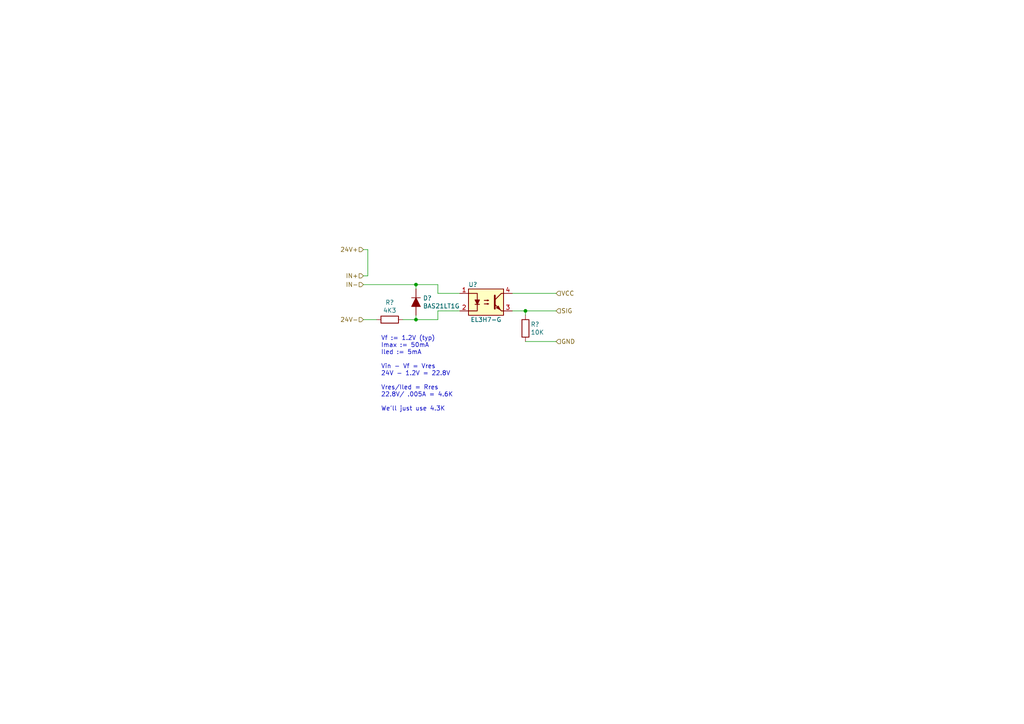
<source format=kicad_sch>
(kicad_sch (version 20211123) (generator eeschema)
  (paper "A4")
  (lib_symbols
    (symbol "Device:R" (pin_numbers hide) (pin_names (offset 0))
      (property "Reference" "R" (at 2.032 0 90))
      (property "Value" "R" (at 0 0 90))
      (symbol "R_0_1"
        (rectangle (start -1.016 -2.54) (end 1.016 2.54) (stroke (width 0.254)))
      )
      (symbol "R_1_1"
        (pin passive line (at 0 3.81 270) (length 1.27) (name "~") (number "1"))
        (pin passive line (at 0 -3.81 90) (length 1.27) (name "~") (number "2"))
      )
    )
    (symbol "william_diodes:BAS21LT1G" (pin_numbers hide) (pin_names (offset 0) hide)
      (property "Reference" "D" (at -1.27 3.81 0))
      (property "Value" "BAS21LT1G" (at 0 -2.54 0))
      (symbol "BAS21LT1G_1_1"
        (polyline (pts (xy -1.27 1.27) (xy -1.27 -1.27)) (stroke (width 0.2032)))
        (polyline (pts (xy 1.27 0) (xy -1.27 0)))
        (polyline (pts (xy 1.27 1.27) (xy 1.27 -1.27) (xy -1.27 0) (xy 1.27 1.27)) (stroke (width 0.2032)) (fill (type outline)))
        (pin passive line (at 3.81 0 180) (length 2.54) (name "~") (number "1"))
        (pin no_connect line (at -1.27 -2.54 90) (length 2.54) hide (name "NC") (number "2"))
        (pin passive line (at -3.81 0 0) (length 2.54) (name "~") (number "3"))
      )
    )
    (symbol "william_optoisolators:EL3H7-G" (pin_names (offset 1.016))
      (property "Reference" "U" (at -3.81 5.08 0))
      (property "Value" "EL3H7-G" (at -1.27 -5.08 0))
      (symbol "EL3H7-G_1_1"
        (rectangle (start -5.08 3.81) (end 5.08 -3.81) (stroke (width 0.254)) (fill (type background)))
        (polyline (pts (xy -3.175 -0.635) (xy -1.905 -0.635)) (stroke (width 0.254)))
        (polyline (pts (xy 2.54 1.905) (xy 2.54 -1.905) (xy 2.54 -1.905)) (stroke (width 0.508)))
        (polyline (pts (xy 5.08 -2.54) (xy 4.445 -2.54) (xy 2.54 -0.635)) (stroke (width 0.254)))
        (polyline (pts (xy 5.08 2.54) (xy 4.445 2.54) (xy 2.54 0.635)) (stroke (width 0.254)))
        (polyline (pts (xy -5.08 -2.54) (xy -2.54 -2.54) (xy -2.54 2.54) (xy -5.08 2.54)) (stroke (width 0.254)))
        (polyline (pts (xy -2.54 -0.635) (xy -3.175 0.635) (xy -1.905 0.635) (xy -2.54 -0.635)) (stroke (width 0.254)) (fill (type outline)))
        (polyline (pts (xy -0.508 -0.508) (xy 0.762 -0.508) (xy 0.381 -0.635) (xy 0.381 -0.381) (xy 0.762 -0.508)) (stroke (width 0.254)))
        (polyline (pts (xy -0.508 0.508) (xy 0.762 0.508) (xy 0.381 0.381) (xy 0.381 0.635) (xy 0.762 0.508)) (stroke (width 0.254)))
        (polyline (pts (xy 3.048 -1.651) (xy 3.556 -1.143) (xy 4.064 -2.159) (xy 3.048 -1.651) (xy 3.048 -1.651)) (stroke (width 0.254)) (fill (type outline)))
        (pin passive line (at -7.62 2.54 0) (length 2.54) (name "~") (number "1"))
        (pin passive line (at -7.62 -2.54 0) (length 2.54) (name "~") (number "2"))
        (pin passive line (at 7.62 -2.54 180) (length 2.54) (name "~") (number "3"))
        (pin passive line (at 7.62 2.54 180) (length 2.54) (name "~") (number "4"))
      )
    )
  )
  (junction (at 120.65 92.71))
  (junction (at 152.4 90.17))
  (junction (at 120.65 82.55))
  (wire (pts (xy 148.59 85.09) (xy 161.29 85.09)))
  (wire (pts (xy 133.35 85.09) (xy 127 85.09)))
  (wire (pts (xy 152.4 90.17) (xy 161.29 90.17)))
  (wire (pts (xy 152.4 91.44) (xy 152.4 90.17)))
  (wire (pts (xy 106.68 72.39) (xy 106.68 80.01)))
  (wire (pts (xy 127 92.71) (xy 127 90.17)))
  (wire (pts (xy 127 90.17) (xy 133.35 90.17)))
  (wire (pts (xy 148.59 90.17) (xy 152.4 90.17)))
  (wire (pts (xy 120.65 82.55) (xy 127 82.55)))
  (wire (pts (xy 105.41 80.01) (xy 106.68 80.01)))
  (wire (pts (xy 127 92.71) (xy 120.65 92.71)))
  (wire (pts (xy 127 82.55) (xy 127 85.09)))
  (wire (pts (xy 105.41 72.39) (xy 106.68 72.39)))
  (wire (pts (xy 152.4 99.06) (xy 161.29 99.06)))
  (wire (pts (xy 120.65 92.71) (xy 116.84 92.71)))
  (wire (pts (xy 120.65 91.44) (xy 120.65 92.71)))
  (wire (pts (xy 105.41 82.55) (xy 120.65 82.55)))
  (wire (pts (xy 120.65 82.55) (xy 120.65 83.82)))
  (wire (pts (xy 105.41 92.71) (xy 109.22 92.71)))
  (text "Vf := 1.2V (typ)\nImax := 50mA\nIled := 5mA\n\nVin - Vf = Vres\n24V - 1.2V = 22.8V\n\nVres/Iled = Rres\n22.8V/ .005A = 4.6K\n\nWe'll just use 4.3K" (at 110.49 119.38 0) (effects (font (size 1.27 1.27)) (justify left bottom)))
  (hierarchical_label "IN-" (shape input) (at 105.41 82.55 180))
  (hierarchical_label "IN+" (shape input) (at 105.41 80.01 180))
  (hierarchical_label "24V+" (shape input) (at 105.41 72.39 180))
  (hierarchical_label "GND" (shape input) (at 161.29 99.06 0))
  (hierarchical_label "SIG" (shape input) (at 161.29 90.17 0))
  (hierarchical_label "24V-" (shape input) (at 105.41 92.71 180))
  (hierarchical_label "VCC" (shape input) (at 161.29 85.09 0))
  (symbol (lib_id "Device:R") (at 113.03 92.71 270) (unit 1)
    (property "Reference" "R?" (at 113.03 87.7316 90))
    (property "Value" "4K3" (at 113.03 90.043 90))
    (property "Footprint" "Resistor_SMD:R_0603_1608Metric" (effects hide))
  )
  (symbol (lib_id "william_diodes:BAS21LT1G") (at 120.65 87.63 270) (unit 1)
    (property "Reference" "D?" (at 122.6566 86.4616 90) (effects (justify left)))
    (property "Value" "BAS21LT1G" (at 122.6566 88.773 90) (effects (justify left)))
    (property "Footprint" "Package_TO_SOT_SMD:SOT-23" (effects hide))
  )
  (symbol (lib_id "william_optoisolators:EL3H7-G") (at 140.97 87.63 0) (unit 1)
    (property "Reference" "U?" (at 137.16 82.55 0))
    (property "Value" "EL3H7-G" (at 140.97 92.71 0))
    (property "Footprint" "Package_SO:SOP-4_4.4x2.8mm_P1.27mm" (effects hide))
  )
  (symbol (lib_id "Device:R") (at 152.4 95.25 0) (unit 1)
    (property "Reference" "R?" (at 153.8986 94.0816 0) (effects (justify left)))
    (property "Value" "10K" (at 153.8986 96.393 0) (effects (justify left)))
    (property "Footprint" "Resistor_SMD:R_0603_1608Metric" (effects hide))
  )
)
</source>
